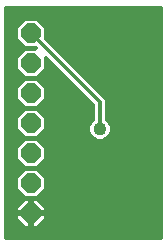
<source format=gbr>
G04 EAGLE Gerber RS-274X export*
G75*
%MOMM*%
%FSLAX34Y34*%
%LPD*%
%INBottom Copper*%
%IPPOS*%
%AMOC8*
5,1,8,0,0,1.08239X$1,22.5*%
G01*
%ADD10P,1.759533X8X22.500000*%
%ADD11C,1.016000*%
%ADD12C,0.355600*%
%ADD13C,1.108000*%

G36*
X135146Y2543D02*
X135146Y2543D01*
X135164Y2541D01*
X135346Y2562D01*
X135529Y2581D01*
X135546Y2586D01*
X135563Y2588D01*
X135738Y2645D01*
X135914Y2699D01*
X135929Y2707D01*
X135946Y2713D01*
X136106Y2803D01*
X136268Y2891D01*
X136281Y2902D01*
X136297Y2911D01*
X136436Y3031D01*
X136577Y3148D01*
X136588Y3162D01*
X136602Y3174D01*
X136714Y3319D01*
X136829Y3462D01*
X136837Y3478D01*
X136848Y3492D01*
X136930Y3657D01*
X137015Y3819D01*
X137020Y3836D01*
X137028Y3852D01*
X137075Y4031D01*
X137126Y4206D01*
X137128Y4224D01*
X137132Y4241D01*
X137159Y4572D01*
X137159Y198628D01*
X137157Y198646D01*
X137159Y198664D01*
X137138Y198846D01*
X137119Y199029D01*
X137114Y199046D01*
X137112Y199063D01*
X137055Y199238D01*
X137001Y199414D01*
X136993Y199429D01*
X136987Y199446D01*
X136897Y199606D01*
X136809Y199768D01*
X136798Y199781D01*
X136789Y199797D01*
X136669Y199936D01*
X136552Y200077D01*
X136538Y200088D01*
X136526Y200102D01*
X136381Y200214D01*
X136238Y200329D01*
X136222Y200337D01*
X136208Y200348D01*
X136043Y200430D01*
X135881Y200515D01*
X135864Y200520D01*
X135848Y200528D01*
X135669Y200575D01*
X135494Y200626D01*
X135476Y200628D01*
X135459Y200632D01*
X135128Y200659D01*
X4572Y200659D01*
X4554Y200657D01*
X4536Y200659D01*
X4354Y200638D01*
X4171Y200619D01*
X4154Y200614D01*
X4137Y200612D01*
X3962Y200555D01*
X3786Y200501D01*
X3771Y200493D01*
X3754Y200487D01*
X3594Y200397D01*
X3432Y200309D01*
X3419Y200298D01*
X3403Y200289D01*
X3264Y200169D01*
X3123Y200052D01*
X3112Y200038D01*
X3098Y200026D01*
X2986Y199881D01*
X2871Y199738D01*
X2863Y199722D01*
X2852Y199708D01*
X2770Y199543D01*
X2685Y199381D01*
X2680Y199364D01*
X2672Y199348D01*
X2625Y199169D01*
X2574Y198994D01*
X2572Y198976D01*
X2568Y198959D01*
X2541Y198628D01*
X2541Y4572D01*
X2543Y4554D01*
X2541Y4536D01*
X2562Y4354D01*
X2581Y4171D01*
X2586Y4154D01*
X2588Y4137D01*
X2645Y3962D01*
X2699Y3786D01*
X2707Y3771D01*
X2713Y3754D01*
X2803Y3594D01*
X2891Y3432D01*
X2902Y3419D01*
X2911Y3403D01*
X3031Y3264D01*
X3148Y3123D01*
X3162Y3112D01*
X3174Y3098D01*
X3319Y2986D01*
X3462Y2871D01*
X3478Y2863D01*
X3492Y2852D01*
X3657Y2770D01*
X3819Y2685D01*
X3836Y2680D01*
X3852Y2672D01*
X4031Y2625D01*
X4206Y2574D01*
X4224Y2572D01*
X4241Y2568D01*
X4572Y2541D01*
X135128Y2541D01*
X135146Y2543D01*
G37*
%LPC*%
G36*
X82213Y88439D02*
X82213Y88439D01*
X79243Y89669D01*
X76969Y91943D01*
X75739Y94913D01*
X75739Y98127D01*
X76969Y101097D01*
X78906Y103034D01*
X78923Y103055D01*
X78944Y103072D01*
X79051Y103210D01*
X79161Y103346D01*
X79174Y103369D01*
X79190Y103390D01*
X79268Y103547D01*
X79350Y103701D01*
X79358Y103727D01*
X79370Y103751D01*
X79415Y103920D01*
X79465Y104087D01*
X79467Y104114D01*
X79474Y104140D01*
X79501Y104471D01*
X79501Y116750D01*
X79499Y116776D01*
X79501Y116803D01*
X79479Y116977D01*
X79461Y117150D01*
X79454Y117176D01*
X79450Y117202D01*
X79395Y117368D01*
X79343Y117535D01*
X79330Y117559D01*
X79322Y117584D01*
X79235Y117736D01*
X79151Y117889D01*
X79134Y117910D01*
X79121Y117933D01*
X78906Y118186D01*
X39536Y157556D01*
X39529Y157562D01*
X39524Y157569D01*
X39374Y157689D01*
X39225Y157811D01*
X39217Y157815D01*
X39210Y157821D01*
X39039Y157910D01*
X38869Y158000D01*
X38861Y158002D01*
X38853Y158006D01*
X38667Y158060D01*
X38483Y158115D01*
X38474Y158115D01*
X38466Y158118D01*
X38274Y158134D01*
X38082Y158151D01*
X38073Y158150D01*
X38064Y158151D01*
X37875Y158129D01*
X37682Y158108D01*
X37673Y158105D01*
X37665Y158104D01*
X37483Y158044D01*
X37298Y157986D01*
X37290Y157982D01*
X37282Y157979D01*
X37113Y157884D01*
X36946Y157791D01*
X36939Y157786D01*
X36931Y157781D01*
X36785Y157655D01*
X36639Y157531D01*
X36633Y157524D01*
X36626Y157518D01*
X36509Y157367D01*
X36389Y157215D01*
X36385Y157207D01*
X36380Y157200D01*
X36294Y157028D01*
X36207Y156856D01*
X36204Y156847D01*
X36200Y156839D01*
X36150Y156653D01*
X36099Y156468D01*
X36098Y156459D01*
X36096Y156451D01*
X36069Y156120D01*
X36069Y147981D01*
X29819Y141731D01*
X20981Y141731D01*
X14731Y147981D01*
X14731Y156819D01*
X20981Y163069D01*
X29120Y163069D01*
X29253Y163082D01*
X29387Y163086D01*
X29453Y163102D01*
X29520Y163109D01*
X29649Y163148D01*
X29779Y163179D01*
X29841Y163207D01*
X29905Y163227D01*
X30023Y163291D01*
X30145Y163346D01*
X30200Y163386D01*
X30259Y163419D01*
X30362Y163504D01*
X30471Y163583D01*
X30517Y163633D01*
X30569Y163676D01*
X30652Y163781D01*
X30743Y163879D01*
X30779Y163937D01*
X30821Y163990D01*
X30883Y164109D01*
X30952Y164224D01*
X30975Y164287D01*
X31006Y164347D01*
X31043Y164476D01*
X31089Y164602D01*
X31099Y164669D01*
X31118Y164734D01*
X31129Y164868D01*
X31149Y165000D01*
X31145Y165068D01*
X31151Y165136D01*
X31135Y165269D01*
X31128Y165402D01*
X31112Y165468D01*
X31104Y165535D01*
X31062Y165663D01*
X31029Y165793D01*
X31000Y165854D01*
X30979Y165918D01*
X30913Y166035D01*
X30855Y166156D01*
X30814Y166210D01*
X30781Y166269D01*
X30693Y166370D01*
X30613Y166477D01*
X30562Y166522D01*
X30518Y166573D01*
X30412Y166656D01*
X30312Y166745D01*
X30245Y166785D01*
X30200Y166820D01*
X30130Y166855D01*
X30028Y166917D01*
X29932Y166954D01*
X29839Y167000D01*
X29744Y167025D01*
X29652Y167060D01*
X29550Y167077D01*
X29450Y167104D01*
X29332Y167114D01*
X29255Y167127D01*
X29198Y167125D01*
X29120Y167131D01*
X20981Y167131D01*
X14731Y173381D01*
X14731Y182219D01*
X20981Y188469D01*
X29819Y188469D01*
X36069Y182219D01*
X36069Y174080D01*
X36071Y174054D01*
X36069Y174027D01*
X36091Y173853D01*
X36109Y173680D01*
X36116Y173654D01*
X36120Y173628D01*
X36175Y173462D01*
X36227Y173295D01*
X36240Y173271D01*
X36248Y173246D01*
X36335Y173094D01*
X36419Y172941D01*
X36436Y172920D01*
X36449Y172897D01*
X36664Y172644D01*
X87481Y121826D01*
X88139Y120239D01*
X88139Y104471D01*
X88141Y104444D01*
X88139Y104417D01*
X88161Y104243D01*
X88179Y104070D01*
X88186Y104044D01*
X88190Y104018D01*
X88245Y103852D01*
X88297Y103685D01*
X88310Y103661D01*
X88318Y103636D01*
X88405Y103484D01*
X88489Y103331D01*
X88506Y103310D01*
X88519Y103287D01*
X88734Y103034D01*
X90671Y101097D01*
X91901Y98127D01*
X91901Y94913D01*
X90671Y91943D01*
X88397Y89669D01*
X85427Y88439D01*
X82213Y88439D01*
G37*
%LPD*%
%LPC*%
G36*
X20981Y116331D02*
X20981Y116331D01*
X14731Y122581D01*
X14731Y131419D01*
X20981Y137669D01*
X29819Y137669D01*
X36069Y131419D01*
X36069Y122581D01*
X29819Y116331D01*
X20981Y116331D01*
G37*
%LPD*%
%LPC*%
G36*
X20981Y90931D02*
X20981Y90931D01*
X14731Y97181D01*
X14731Y106019D01*
X20981Y112269D01*
X29819Y112269D01*
X36069Y106019D01*
X36069Y97181D01*
X29819Y90931D01*
X20981Y90931D01*
G37*
%LPD*%
%LPC*%
G36*
X20981Y65531D02*
X20981Y65531D01*
X14731Y71781D01*
X14731Y80619D01*
X20981Y86869D01*
X29819Y86869D01*
X36069Y80619D01*
X36069Y71781D01*
X29819Y65531D01*
X20981Y65531D01*
G37*
%LPD*%
%LPC*%
G36*
X20981Y40131D02*
X20981Y40131D01*
X14731Y46381D01*
X14731Y55219D01*
X20981Y61469D01*
X29819Y61469D01*
X36069Y55219D01*
X36069Y46381D01*
X29819Y40131D01*
X20981Y40131D01*
G37*
%LPD*%
%LPC*%
G36*
X27939Y27939D02*
X27939Y27939D01*
X27939Y36069D01*
X29819Y36069D01*
X36069Y29819D01*
X36069Y27939D01*
X27939Y27939D01*
G37*
%LPD*%
%LPC*%
G36*
X14731Y27939D02*
X14731Y27939D01*
X14731Y29819D01*
X20981Y36069D01*
X22861Y36069D01*
X22861Y27939D01*
X14731Y27939D01*
G37*
%LPD*%
%LPC*%
G36*
X27939Y14731D02*
X27939Y14731D01*
X27939Y22861D01*
X36069Y22861D01*
X36069Y20981D01*
X29819Y14731D01*
X27939Y14731D01*
G37*
%LPD*%
%LPC*%
G36*
X20981Y14731D02*
X20981Y14731D01*
X14731Y20981D01*
X14731Y22861D01*
X22861Y22861D01*
X22861Y14731D01*
X20981Y14731D01*
G37*
%LPD*%
D10*
X25400Y177800D03*
X25400Y152400D03*
X25400Y127000D03*
X25400Y101600D03*
X25400Y76200D03*
X25400Y50800D03*
X25400Y25400D03*
D11*
X43180Y139700D03*
D12*
X83820Y119380D02*
X83820Y96520D01*
X83820Y119380D02*
X25400Y177800D01*
D13*
X83820Y96520D03*
M02*

</source>
